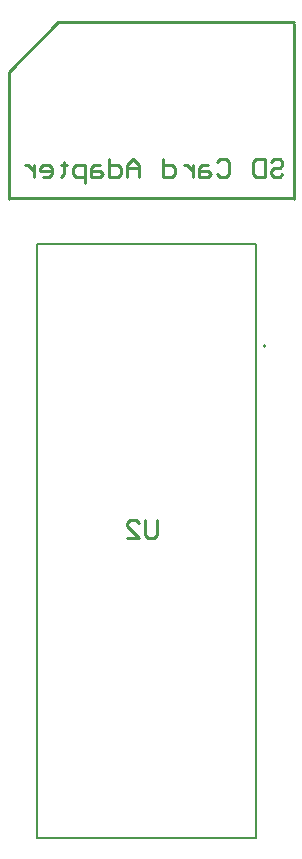
<source format=gbo>
G04*
G04 #@! TF.GenerationSoftware,Altium Limited,Altium Designer,25.2.1 (25)*
G04*
G04 Layer_Color=32896*
%FSLAX24Y24*%
%MOIN*%
G70*
G04*
G04 #@! TF.SameCoordinates,7B2066EB-CBC2-4D7E-9A59-9876444C2551*
G04*
G04*
G04 #@! TF.FilePolarity,Positive*
G04*
G01*
G75*
%ADD11C,0.0079*%
%ADD13C,0.0050*%
%ADD14C,0.0100*%
D11*
X7976Y26596D02*
G03*
X7976Y26596I-39J0D01*
G01*
D13*
X350Y30000D02*
X7650D01*
Y10200D02*
Y30000D01*
X350Y10200D02*
Y30000D01*
Y10200D02*
X7650D01*
D14*
X-589Y31490D02*
Y35690D01*
X8911Y31490D02*
Y37340D01*
X-589Y31540D02*
X8911Y31540D01*
X-589Y35740D02*
X1061Y37390D01*
X8911D01*
X8138Y32739D02*
X8238Y32839D01*
X8438D01*
X8537Y32739D01*
Y32639D01*
X8438Y32539D01*
X8238D01*
X8138Y32439D01*
Y32339D01*
X8238Y32239D01*
X8438D01*
X8537Y32339D01*
X7938Y32839D02*
Y32239D01*
X7638D01*
X7538Y32339D01*
Y32739D01*
X7638Y32839D01*
X7938D01*
X6338Y32739D02*
X6438Y32839D01*
X6638D01*
X6738Y32739D01*
Y32339D01*
X6638Y32239D01*
X6438D01*
X6338Y32339D01*
X6038Y32639D02*
X5838D01*
X5738Y32539D01*
Y32239D01*
X6038D01*
X6138Y32339D01*
X6038Y32439D01*
X5738D01*
X5538Y32639D02*
Y32239D01*
Y32439D01*
X5438Y32539D01*
X5339Y32639D01*
X5239D01*
X4539Y32839D02*
Y32239D01*
X4839D01*
X4939Y32339D01*
Y32539D01*
X4839Y32639D01*
X4539D01*
X3739Y32239D02*
Y32639D01*
X3539Y32839D01*
X3339Y32639D01*
Y32239D01*
Y32539D01*
X3739D01*
X2739Y32839D02*
Y32239D01*
X3039D01*
X3139Y32339D01*
Y32539D01*
X3039Y32639D01*
X2739D01*
X2439D02*
X2240D01*
X2140Y32539D01*
Y32239D01*
X2439D01*
X2539Y32339D01*
X2439Y32439D01*
X2140D01*
X1940Y32039D02*
Y32639D01*
X1640D01*
X1540Y32539D01*
Y32339D01*
X1640Y32239D01*
X1940D01*
X1240Y32739D02*
Y32639D01*
X1340D01*
X1140D01*
X1240D01*
Y32339D01*
X1140Y32239D01*
X540D02*
X740D01*
X840Y32339D01*
Y32539D01*
X740Y32639D01*
X540D01*
X440Y32539D01*
Y32439D01*
X840D01*
X240Y32639D02*
Y32239D01*
Y32439D01*
X140Y32539D01*
X40Y32639D01*
X-60D01*
X4350Y20800D02*
Y20300D01*
X4250Y20200D01*
X4050D01*
X3950Y20300D01*
Y20800D01*
X3350Y20200D02*
X3750D01*
X3350Y20600D01*
Y20700D01*
X3450Y20800D01*
X3650D01*
X3750Y20700D01*
M02*

</source>
